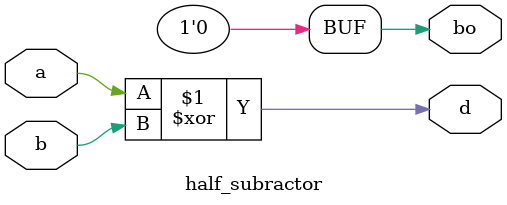
<source format=v>
`timescale 1ns / 1ps

module half_subractor(a,b,d,bo);
    input a,b;
    output d,bo;
    wire w1;
 xor x1(d,a,b);
 not x2(w1,b);
 and x3(bo,w1,b);
endmodule

</source>
